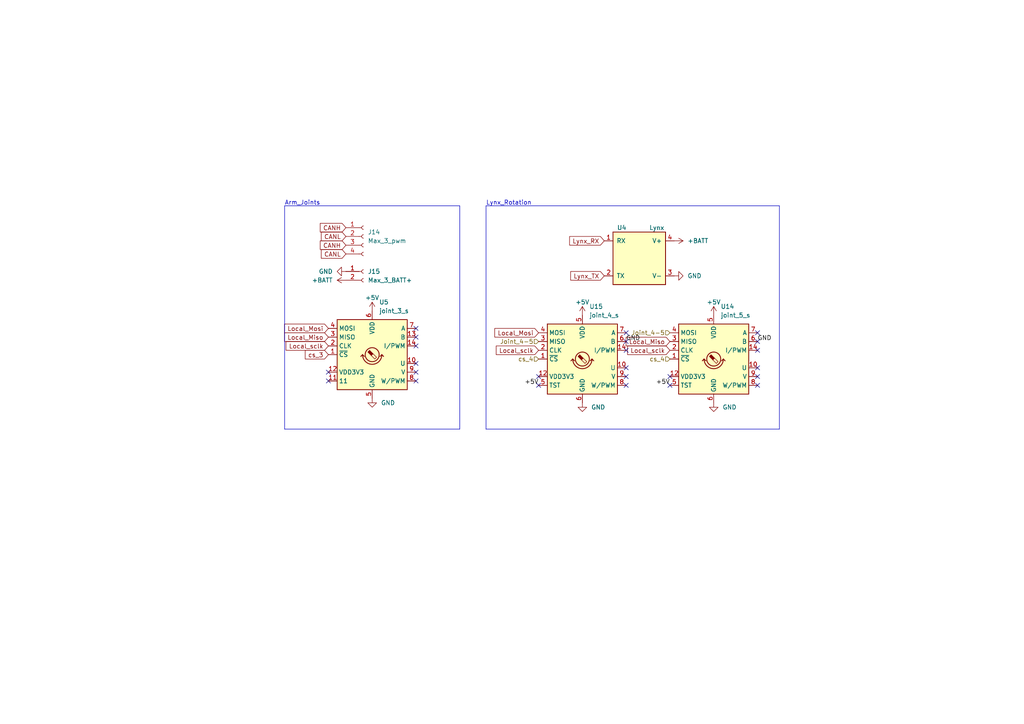
<source format=kicad_sch>
(kicad_sch (version 20230121) (generator eeschema)

  (uuid d6d8b513-5489-4913-859a-7768cc859284)

  (paper "A4")

  (lib_symbols
    (symbol "A4950E_1" (pin_names (offset 1.016)) (in_bom yes) (on_board yes)
      (property "Reference" "U13" (at -5.08 8.89 0)
        (effects (font (size 1.27 1.27)))
      )
      (property "Value" "Lynx" (at 5.08 8.89 0)
        (effects (font (size 1.27 1.27)))
      )
      (property "Footprint" "Connector_JST:JST_EH_B4B-EH-A_1x04_P2.50mm_Vertical" (at -0.762 -21.082 0)
        (effects (font (size 1.27 1.27)) hide)
      )
      (property "Datasheet" "http://www.allegromicro.com/~/media/Files/Datasheets/A4950-Datasheet.ashx" (at -3.81 22.86 0)
        (effects (font (size 1.27 1.27)) hide)
      )
      (property "ki_keywords" "full-bridge h-bridge" (at 0 0 0)
        (effects (font (size 1.27 1.27)) hide)
      )
      (property "ki_description" "Full-Bridge, DMOS PWM, Motor Driver, 40V, 3.5A, -40 to +85C" (at 0 0 0)
        (effects (font (size 1.27 1.27)) hide)
      )
      (property "ki_fp_filters" "SOIC-*1EP*" (at 0 0 0)
        (effects (font (size 1.27 1.27)) hide)
      )
      (symbol "A4950E_1_0_1"
        (rectangle (start -7.62 7.62) (end 7.62 -7.62)
          (stroke (width 0.254) (type default))
          (fill (type background))
        )
      )
      (symbol "A4950E_1_1_1"
        (pin input line (at -10.16 5.08 0) (length 2.54)
          (name "RX" (effects (font (size 1.27 1.27))))
          (number "1" (effects (font (size 1.27 1.27))))
        )
        (pin input line (at -10.16 -5.08 0) (length 2.54)
          (name "TX" (effects (font (size 1.27 1.27))))
          (number "2" (effects (font (size 1.27 1.27))))
        )
        (pin input line (at 10.16 -5.08 180) (length 2.54)
          (name "V-" (effects (font (size 1.27 1.27))))
          (number "3" (effects (font (size 1.27 1.27))))
        )
        (pin input line (at 10.16 5.08 180) (length 2.54)
          (name "V+" (effects (font (size 1.27 1.27))))
          (number "4" (effects (font (size 1.27 1.27))))
        )
      )
    )
    (symbol "AS5047D_1" (in_bom yes) (on_board yes)
      (property "Reference" "U12" (at 2.0194 15.24 0)
        (effects (font (size 1.27 1.27)) (justify left))
      )
      (property "Value" "AS5047D_1" (at 2.0194 12.7 0)
        (effects (font (size 1.27 1.27)) (justify left))
      )
      (property "Footprint" "Connector_JST:JST_EH_B6B-EH-A_1x06_P2.50mm_Vertical" (at 0 -15.24 0)
        (effects (font (size 1.27 1.27)) hide)
      )
      (property "Datasheet" "https://ams.com/documents/20143/36005/AS5047D_DS000394_2-00.pdf" (at -19.05 -13.97 0)
        (effects (font (size 1.27 1.27)) hide)
      )
      (property "ki_keywords" "Magnetic Hall Sensor" (at 0 0 0)
        (effects (font (size 1.27 1.27)) hide)
      )
      (property "ki_description" "On-Axis Magnetic Position Sensor, 14-bit, PWM Output, ABI Output, UVW Output, SPI Interface, TSSOP-14" (at 0 0 0)
        (effects (font (size 1.27 1.27)) hide)
      )
      (property "ki_fp_filters" "TSSOP*4.4x5mm*P0.65mm*" (at 0 0 0)
        (effects (font (size 1.27 1.27)) hide)
      )
      (symbol "AS5047D_1_1_1"
        (rectangle (start -10.16 10.16) (end 10.16 -10.16)
          (stroke (width 0.254) (type default))
          (fill (type background))
        )
        (arc (start -2.794 0) (mid 0 -2.7819) (end 2.794 0)
          (stroke (width 0.254) (type default))
          (fill (type none))
        )
        (polyline
          (pts
            (xy -2.794 0)
            (xy -3.302 -0.508)
          )
          (stroke (width 0.254) (type default))
          (fill (type none))
        )
        (polyline
          (pts
            (xy -2.794 0)
            (xy -2.286 -0.508)
          )
          (stroke (width 0.254) (type default))
          (fill (type none))
        )
        (polyline
          (pts
            (xy 2.794 0)
            (xy 2.286 -0.508)
          )
          (stroke (width 0.254) (type default))
          (fill (type none))
        )
        (polyline
          (pts
            (xy 2.794 0)
            (xy 3.302 -0.508)
          )
          (stroke (width 0.254) (type default))
          (fill (type none))
        )
        (polyline
          (pts
            (xy 0.254 0.254)
            (xy 1.27 -0.762)
            (xy 0.762 -1.27)
            (xy -0.254 -0.254)
          )
          (stroke (width 0) (type default))
          (fill (type none))
        )
        (polyline
          (pts
            (xy -0.762 1.27)
            (xy 0.254 0.254)
            (xy -0.254 -0.254)
            (xy -1.27 0.762)
            (xy -1.016 1.016)
            (xy -0.762 1.27)
            (xy -0.635 1.143)
          )
          (stroke (width 0) (type default))
          (fill (type outline))
        )
        (circle (center 0 0) (radius 2.032)
          (stroke (width 0.254) (type default))
          (fill (type none))
        )
        (pin input line (at -12.7 0 0) (length 2.54)
          (name "~{CS}" (effects (font (size 1.27 1.27))))
          (number "1" (effects (font (size 1.27 1.27))))
        )
        (pin output line (at 12.7 -2.54 180) (length 2.54)
          (name "U" (effects (font (size 1.27 1.27))))
          (number "10" (effects (font (size 1.27 1.27))))
        )
        (pin power_out line (at -12.7 -5.08 0) (length 2.54)
          (name "VDD3V3" (effects (font (size 1.27 1.27))))
          (number "12" (effects (font (size 1.27 1.27))))
        )
        (pin output line (at 12.7 2.54 180) (length 2.54)
          (name "I/PWM" (effects (font (size 1.27 1.27))))
          (number "14" (effects (font (size 1.27 1.27))))
        )
        (pin input line (at -12.7 2.54 0) (length 2.54)
          (name "CLK" (effects (font (size 1.27 1.27))))
          (number "2" (effects (font (size 1.27 1.27))))
        )
        (pin output line (at -12.7 5.08 0) (length 2.54)
          (name "MISO" (effects (font (size 1.27 1.27))))
          (number "3" (effects (font (size 1.27 1.27))))
        )
        (pin input line (at -12.7 7.62 0) (length 2.54)
          (name "MOSI" (effects (font (size 1.27 1.27))))
          (number "4" (effects (font (size 1.27 1.27))))
        )
        (pin input line (at -12.7 -7.62 0) (length 2.54)
          (name "TST" (effects (font (size 1.27 1.27))))
          (number "5" (effects (font (size 1.27 1.27))))
        )
        (pin power_in line (at 0 12.7 270) (length 2.54)
          (name "VDD" (effects (font (size 1.27 1.27))))
          (number "5" (effects (font (size 1.27 1.27))))
        )
        (pin output line (at 12.7 5.08 180) (length 2.54)
          (name "B" (effects (font (size 1.27 1.27))))
          (number "6" (effects (font (size 1.27 1.27))))
        )
        (pin power_in line (at 0 -12.7 90) (length 2.54)
          (name "GND" (effects (font (size 1.27 1.27))))
          (number "6" (effects (font (size 1.27 1.27))))
        )
        (pin output line (at 12.7 7.62 180) (length 2.54)
          (name "A" (effects (font (size 1.27 1.27))))
          (number "7" (effects (font (size 1.27 1.27))))
        )
        (pin output line (at 12.7 -7.62 180) (length 2.54)
          (name "W/PWM" (effects (font (size 1.27 1.27))))
          (number "8" (effects (font (size 1.27 1.27))))
        )
        (pin output line (at 12.7 -5.08 180) (length 2.54)
          (name "V" (effects (font (size 1.27 1.27))))
          (number "9" (effects (font (size 1.27 1.27))))
        )
      )
    )
    (symbol "AS5047D_2" (in_bom yes) (on_board yes)
      (property "Reference" "U14" (at 2.0194 15.24 0)
        (effects (font (size 1.27 1.27)) (justify left))
      )
      (property "Value" "AS5047D_2" (at 2.0194 12.7 0)
        (effects (font (size 1.27 1.27)) (justify left))
      )
      (property "Footprint" "Connector_JST:JST_EH_B6B-EH-A_1x06_P2.50mm_Vertical" (at 0 -15.24 0)
        (effects (font (size 1.27 1.27)) hide)
      )
      (property "Datasheet" "https://ams.com/documents/20143/36005/AS5047D_DS000394_2-00.pdf" (at -19.05 -13.97 0)
        (effects (font (size 1.27 1.27)) hide)
      )
      (property "ki_keywords" "Magnetic Hall Sensor" (at 0 0 0)
        (effects (font (size 1.27 1.27)) hide)
      )
      (property "ki_description" "On-Axis Magnetic Position Sensor, 14-bit, PWM Output, ABI Output, UVW Output, SPI Interface, TSSOP-14" (at 0 0 0)
        (effects (font (size 1.27 1.27)) hide)
      )
      (property "ki_fp_filters" "TSSOP*4.4x5mm*P0.65mm*" (at 0 0 0)
        (effects (font (size 1.27 1.27)) hide)
      )
      (symbol "AS5047D_2_1_1"
        (rectangle (start -10.16 10.16) (end 10.16 -10.16)
          (stroke (width 0.254) (type default))
          (fill (type background))
        )
        (arc (start -2.794 0) (mid 0 -2.7819) (end 2.794 0)
          (stroke (width 0.254) (type default))
          (fill (type none))
        )
        (polyline
          (pts
            (xy -2.794 0)
            (xy -3.302 -0.508)
          )
          (stroke (width 0.254) (type default))
          (fill (type none))
        )
        (polyline
          (pts
            (xy -2.794 0)
            (xy -2.286 -0.508)
          )
          (stroke (width 0.254) (type default))
          (fill (type none))
        )
        (polyline
          (pts
            (xy 2.794 0)
            (xy 2.286 -0.508)
          )
          (stroke (width 0.254) (type default))
          (fill (type none))
        )
        (polyline
          (pts
            (xy 2.794 0)
            (xy 3.302 -0.508)
          )
          (stroke (width 0.254) (type default))
          (fill (type none))
        )
        (polyline
          (pts
            (xy 0.254 0.254)
            (xy 1.27 -0.762)
            (xy 0.762 -1.27)
            (xy -0.254 -0.254)
          )
          (stroke (width 0) (type default))
          (fill (type none))
        )
        (polyline
          (pts
            (xy -0.762 1.27)
            (xy 0.254 0.254)
            (xy -0.254 -0.254)
            (xy -1.27 0.762)
            (xy -1.016 1.016)
            (xy -0.762 1.27)
            (xy -0.635 1.143)
          )
          (stroke (width 0) (type default))
          (fill (type outline))
        )
        (circle (center 0 0) (radius 2.032)
          (stroke (width 0.254) (type default))
          (fill (type none))
        )
        (pin input line (at -12.7 0 0) (length 2.54)
          (name "~{CS}" (effects (font (size 1.27 1.27))))
          (number "1" (effects (font (size 1.27 1.27))))
        )
        (pin output line (at 12.7 -2.54 180) (length 2.54)
          (name "U" (effects (font (size 1.27 1.27))))
          (number "10" (effects (font (size 1.27 1.27))))
        )
        (pin power_out line (at -12.7 -5.08 0) (length 2.54)
          (name "VDD3V3" (effects (font (size 1.27 1.27))))
          (number "12" (effects (font (size 1.27 1.27))))
        )
        (pin output line (at 12.7 2.54 180) (length 2.54)
          (name "I/PWM" (effects (font (size 1.27 1.27))))
          (number "14" (effects (font (size 1.27 1.27))))
        )
        (pin input line (at -12.7 2.54 0) (length 2.54)
          (name "CLK" (effects (font (size 1.27 1.27))))
          (number "2" (effects (font (size 1.27 1.27))))
        )
        (pin output line (at -12.7 5.08 0) (length 2.54)
          (name "MISO" (effects (font (size 1.27 1.27))))
          (number "3" (effects (font (size 1.27 1.27))))
        )
        (pin input line (at -12.7 7.62 0) (length 2.54)
          (name "MOSI" (effects (font (size 1.27 1.27))))
          (number "4" (effects (font (size 1.27 1.27))))
        )
        (pin input line (at -12.7 -7.62 0) (length 2.54)
          (name "TST" (effects (font (size 1.27 1.27))))
          (number "5" (effects (font (size 1.27 1.27))))
        )
        (pin power_in line (at 0 12.7 270) (length 2.54)
          (name "VDD" (effects (font (size 1.27 1.27))))
          (number "5" (effects (font (size 1.27 1.27))))
        )
        (pin output line (at 12.7 5.08 180) (length 2.54)
          (name "B" (effects (font (size 1.27 1.27))))
          (number "6" (effects (font (size 1.27 1.27))))
        )
        (pin power_in line (at 0 -12.7 90) (length 2.54)
          (name "GND" (effects (font (size 1.27 1.27))))
          (number "6" (effects (font (size 1.27 1.27))))
        )
        (pin output line (at 12.7 7.62 180) (length 2.54)
          (name "A" (effects (font (size 1.27 1.27))))
          (number "7" (effects (font (size 1.27 1.27))))
        )
        (pin output line (at 12.7 -7.62 180) (length 2.54)
          (name "W/PWM" (effects (font (size 1.27 1.27))))
          (number "8" (effects (font (size 1.27 1.27))))
        )
        (pin output line (at 12.7 -5.08 180) (length 2.54)
          (name "V" (effects (font (size 1.27 1.27))))
          (number "9" (effects (font (size 1.27 1.27))))
        )
      )
    )
    (symbol "Connector:Conn_01x02_Female" (pin_names (offset 1.016) hide) (in_bom yes) (on_board yes)
      (property "Reference" "J" (at 0 2.54 0)
        (effects (font (size 1.27 1.27)))
      )
      (property "Value" "Conn_01x02_Female" (at 0 -5.08 0)
        (effects (font (size 1.27 1.27)))
      )
      (property "Footprint" "" (at 0 0 0)
        (effects (font (size 1.27 1.27)) hide)
      )
      (property "Datasheet" "~" (at 0 0 0)
        (effects (font (size 1.27 1.27)) hide)
      )
      (property "ki_keywords" "connector" (at 0 0 0)
        (effects (font (size 1.27 1.27)) hide)
      )
      (property "ki_description" "Generic connector, single row, 01x02, script generated (kicad-library-utils/schlib/autogen/connector/)" (at 0 0 0)
        (effects (font (size 1.27 1.27)) hide)
      )
      (property "ki_fp_filters" "Connector*:*_1x??_*" (at 0 0 0)
        (effects (font (size 1.27 1.27)) hide)
      )
      (symbol "Conn_01x02_Female_1_1"
        (arc (start 0 -2.032) (mid -0.5058 -2.54) (end 0 -3.048)
          (stroke (width 0.1524) (type default))
          (fill (type none))
        )
        (polyline
          (pts
            (xy -1.27 -2.54)
            (xy -0.508 -2.54)
          )
          (stroke (width 0.1524) (type default))
          (fill (type none))
        )
        (polyline
          (pts
            (xy -1.27 0)
            (xy -0.508 0)
          )
          (stroke (width 0.1524) (type default))
          (fill (type none))
        )
        (arc (start 0 0.508) (mid -0.5058 0) (end 0 -0.508)
          (stroke (width 0.1524) (type default))
          (fill (type none))
        )
        (pin passive line (at -5.08 0 0) (length 3.81)
          (name "Pin_1" (effects (font (size 1.27 1.27))))
          (number "1" (effects (font (size 1.27 1.27))))
        )
        (pin passive line (at -5.08 -2.54 0) (length 3.81)
          (name "Pin_2" (effects (font (size 1.27 1.27))))
          (number "2" (effects (font (size 1.27 1.27))))
        )
      )
    )
    (symbol "Connector:Conn_01x04_Socket" (pin_names (offset 1.016) hide) (in_bom yes) (on_board yes)
      (property "Reference" "J" (at 0 5.08 0)
        (effects (font (size 1.27 1.27)))
      )
      (property "Value" "Conn_01x04_Socket" (at 0 -7.62 0)
        (effects (font (size 1.27 1.27)))
      )
      (property "Footprint" "" (at 0 0 0)
        (effects (font (size 1.27 1.27)) hide)
      )
      (property "Datasheet" "~" (at 0 0 0)
        (effects (font (size 1.27 1.27)) hide)
      )
      (property "ki_locked" "" (at 0 0 0)
        (effects (font (size 1.27 1.27)))
      )
      (property "ki_keywords" "connector" (at 0 0 0)
        (effects (font (size 1.27 1.27)) hide)
      )
      (property "ki_description" "Generic connector, single row, 01x04, script generated" (at 0 0 0)
        (effects (font (size 1.27 1.27)) hide)
      )
      (property "ki_fp_filters" "Connector*:*_1x??_*" (at 0 0 0)
        (effects (font (size 1.27 1.27)) hide)
      )
      (symbol "Conn_01x04_Socket_1_1"
        (arc (start 0 -4.572) (mid -0.5058 -5.08) (end 0 -5.588)
          (stroke (width 0.1524) (type default))
          (fill (type none))
        )
        (arc (start 0 -2.032) (mid -0.5058 -2.54) (end 0 -3.048)
          (stroke (width 0.1524) (type default))
          (fill (type none))
        )
        (polyline
          (pts
            (xy -1.27 -5.08)
            (xy -0.508 -5.08)
          )
          (stroke (width 0.1524) (type default))
          (fill (type none))
        )
        (polyline
          (pts
            (xy -1.27 -2.54)
            (xy -0.508 -2.54)
          )
          (stroke (width 0.1524) (type default))
          (fill (type none))
        )
        (polyline
          (pts
            (xy -1.27 0)
            (xy -0.508 0)
          )
          (stroke (width 0.1524) (type default))
          (fill (type none))
        )
        (polyline
          (pts
            (xy -1.27 2.54)
            (xy -0.508 2.54)
          )
          (stroke (width 0.1524) (type default))
          (fill (type none))
        )
        (arc (start 0 0.508) (mid -0.5058 0) (end 0 -0.508)
          (stroke (width 0.1524) (type default))
          (fill (type none))
        )
        (arc (start 0 3.048) (mid -0.5058 2.54) (end 0 2.032)
          (stroke (width 0.1524) (type default))
          (fill (type none))
        )
        (pin passive line (at -5.08 2.54 0) (length 3.81)
          (name "Pin_1" (effects (font (size 1.27 1.27))))
          (number "1" (effects (font (size 1.27 1.27))))
        )
        (pin passive line (at -5.08 0 0) (length 3.81)
          (name "Pin_2" (effects (font (size 1.27 1.27))))
          (number "2" (effects (font (size 1.27 1.27))))
        )
        (pin passive line (at -5.08 -2.54 0) (length 3.81)
          (name "Pin_3" (effects (font (size 1.27 1.27))))
          (number "3" (effects (font (size 1.27 1.27))))
        )
        (pin passive line (at -5.08 -5.08 0) (length 3.81)
          (name "Pin_4" (effects (font (size 1.27 1.27))))
          (number "4" (effects (font (size 1.27 1.27))))
        )
      )
    )
    (symbol "Sensor_Magnetic:AS5047D" (in_bom yes) (on_board yes)
      (property "Reference" "U5" (at 2.0194 15.24 0)
        (effects (font (size 1.27 1.27)) (justify left))
      )
      (property "Value" "joint_3_s" (at 2.0194 12.7 0)
        (effects (font (size 1.27 1.27)) (justify left))
      )
      (property "Footprint" "Connector_JST:JST_EH_B6B-EH-A_1x06_P2.50mm_Vertical" (at 0 -15.24 0)
        (effects (font (size 1.27 1.27)) hide)
      )
      (property "Datasheet" "https://ams.com/documents/20143/36005/AS5047D_DS000394_2-00.pdf" (at -19.05 -13.97 0)
        (effects (font (size 1.27 1.27)) hide)
      )
      (property "ki_keywords" "Magnetic Hall Sensor" (at 0 0 0)
        (effects (font (size 1.27 1.27)) hide)
      )
      (property "ki_description" "On-Axis Magnetic Position Sensor, 14-bit, PWM Output, ABI Output, UVW Output, SPI Interface, TSSOP-14" (at 0 0 0)
        (effects (font (size 1.27 1.27)) hide)
      )
      (property "ki_fp_filters" "TSSOP*4.4x5mm*P0.65mm*" (at 0 0 0)
        (effects (font (size 1.27 1.27)) hide)
      )
      (symbol "AS5047D_1_1"
        (rectangle (start -10.16 10.16) (end 10.16 -10.16)
          (stroke (width 0.254) (type default))
          (fill (type background))
        )
        (arc (start -2.794 0) (mid 0 -2.7819) (end 2.794 0)
          (stroke (width 0.254) (type default))
          (fill (type none))
        )
        (polyline
          (pts
            (xy -2.794 0)
            (xy -3.302 -0.508)
          )
          (stroke (width 0.254) (type default))
          (fill (type none))
        )
        (polyline
          (pts
            (xy -2.794 0)
            (xy -2.286 -0.508)
          )
          (stroke (width 0.254) (type default))
          (fill (type none))
        )
        (polyline
          (pts
            (xy 2.794 0)
            (xy 2.286 -0.508)
          )
          (stroke (width 0.254) (type default))
          (fill (type none))
        )
        (polyline
          (pts
            (xy 2.794 0)
            (xy 3.302 -0.508)
          )
          (stroke (width 0.254) (type default))
          (fill (type none))
        )
        (polyline
          (pts
            (xy 0.254 0.254)
            (xy 1.27 -0.762)
            (xy 0.762 -1.27)
            (xy -0.254 -0.254)
          )
          (stroke (width 0) (type default))
          (fill (type none))
        )
        (polyline
          (pts
            (xy -0.762 1.27)
            (xy 0.254 0.254)
            (xy -0.254 -0.254)
            (xy -1.27 0.762)
            (xy -1.016 1.016)
            (xy -0.762 1.27)
            (xy -0.635 1.143)
          )
          (stroke (width 0) (type default))
          (fill (type outline))
        )
        (circle (center 0 0) (radius 2.032)
          (stroke (width 0.254) (type default))
          (fill (type none))
        )
        (pin input line (at -12.7 0 0) (length 2.54)
          (name "~{CS}" (effects (font (size 1.27 1.27))))
          (number "1" (effects (font (size 1.27 1.27))))
        )
        (pin output line (at 12.7 -2.54 180) (length 2.54)
          (name "U" (effects (font (size 1.27 1.27))))
          (number "10" (effects (font (size 1.27 1.27))))
        )
        (pin input line (at -12.7 -7.62 0) (length 2.54)
          (name "11" (effects (font (size 1.27 1.27))))
          (number "11" (effects (font (size 1.27 1.27))))
        )
        (pin power_out line (at -12.7 -5.08 0) (length 2.54)
          (name "VDD3V3" (effects (font (size 1.27 1.27))))
          (number "12" (effects (font (size 1.27 1.27))))
        )
        (pin output line (at 12.7 5.08 180) (length 2.54)
          (name "B" (effects (font (size 1.27 1.27))))
          (number "13" (effects (font (size 1.27 1.27))))
        )
        (pin output line (at 12.7 2.54 180) (length 2.54)
          (name "I/PWM" (effects (font (size 1.27 1.27))))
          (number "14" (effects (font (size 1.27 1.27))))
        )
        (pin input line (at -12.7 2.54 0) (length 2.54)
          (name "CLK" (effects (font (size 1.27 1.27))))
          (number "2" (effects (font (size 1.27 1.27))))
        )
        (pin output line (at -12.7 5.08 0) (length 2.54)
          (name "MISO" (effects (font (size 1.27 1.27))))
          (number "3" (effects (font (size 1.27 1.27))))
        )
        (pin input line (at -12.7 7.62 0) (length 2.54)
          (name "MOSI" (effects (font (size 1.27 1.27))))
          (number "4" (effects (font (size 1.27 1.27))))
        )
        (pin power_in line (at 0 -12.7 90) (length 2.54)
          (name "GND" (effects (font (size 1.27 1.27))))
          (number "5" (effects (font (size 1.27 1.27))))
        )
        (pin power_in line (at 0 12.7 270) (length 2.54)
          (name "VDD" (effects (font (size 1.27 1.27))))
          (number "6" (effects (font (size 1.27 1.27))))
        )
        (pin output line (at 12.7 7.62 180) (length 2.54)
          (name "A" (effects (font (size 1.27 1.27))))
          (number "7" (effects (font (size 1.27 1.27))))
        )
        (pin output line (at 12.7 -7.62 180) (length 2.54)
          (name "W/PWM" (effects (font (size 1.27 1.27))))
          (number "8" (effects (font (size 1.27 1.27))))
        )
        (pin output line (at 12.7 -5.08 180) (length 2.54)
          (name "V" (effects (font (size 1.27 1.27))))
          (number "9" (effects (font (size 1.27 1.27))))
        )
      )
    )
    (symbol "power:+5V" (power) (pin_names (offset 0)) (in_bom yes) (on_board yes)
      (property "Reference" "#PWR" (at 0 -3.81 0)
        (effects (font (size 1.27 1.27)) hide)
      )
      (property "Value" "+5V" (at 0 3.556 0)
        (effects (font (size 1.27 1.27)))
      )
      (property "Footprint" "" (at 0 0 0)
        (effects (font (size 1.27 1.27)) hide)
      )
      (property "Datasheet" "" (at 0 0 0)
        (effects (font (size 1.27 1.27)) hide)
      )
      (property "ki_keywords" "power-flag" (at 0 0 0)
        (effects (font (size 1.27 1.27)) hide)
      )
      (property "ki_description" "Power symbol creates a global label with name \"+5V\"" (at 0 0 0)
        (effects (font (size 1.27 1.27)) hide)
      )
      (symbol "+5V_0_1"
        (polyline
          (pts
            (xy -0.762 1.27)
            (xy 0 2.54)
          )
          (stroke (width 0) (type default))
          (fill (type none))
        )
        (polyline
          (pts
            (xy 0 0)
            (xy 0 2.54)
          )
          (stroke (width 0) (type default))
          (fill (type none))
        )
        (polyline
          (pts
            (xy 0 2.54)
            (xy 0.762 1.27)
          )
          (stroke (width 0) (type default))
          (fill (type none))
        )
      )
      (symbol "+5V_1_1"
        (pin power_in line (at 0 0 90) (length 0) hide
          (name "+5V" (effects (font (size 1.27 1.27))))
          (number "1" (effects (font (size 1.27 1.27))))
        )
      )
    )
    (symbol "power:+BATT" (power) (pin_names (offset 0)) (in_bom yes) (on_board yes)
      (property "Reference" "#PWR" (at 0 -3.81 0)
        (effects (font (size 1.27 1.27)) hide)
      )
      (property "Value" "+BATT" (at 0 3.556 0)
        (effects (font (size 1.27 1.27)))
      )
      (property "Footprint" "" (at 0 0 0)
        (effects (font (size 1.27 1.27)) hide)
      )
      (property "Datasheet" "" (at 0 0 0)
        (effects (font (size 1.27 1.27)) hide)
      )
      (property "ki_keywords" "power-flag battery" (at 0 0 0)
        (effects (font (size 1.27 1.27)) hide)
      )
      (property "ki_description" "Power symbol creates a global label with name \"+BATT\"" (at 0 0 0)
        (effects (font (size 1.27 1.27)) hide)
      )
      (symbol "+BATT_0_1"
        (polyline
          (pts
            (xy -0.762 1.27)
            (xy 0 2.54)
          )
          (stroke (width 0) (type default))
          (fill (type none))
        )
        (polyline
          (pts
            (xy 0 0)
            (xy 0 2.54)
          )
          (stroke (width 0) (type default))
          (fill (type none))
        )
        (polyline
          (pts
            (xy 0 2.54)
            (xy 0.762 1.27)
          )
          (stroke (width 0) (type default))
          (fill (type none))
        )
      )
      (symbol "+BATT_1_1"
        (pin power_in line (at 0 0 90) (length 0) hide
          (name "+BATT" (effects (font (size 1.27 1.27))))
          (number "1" (effects (font (size 1.27 1.27))))
        )
      )
    )
    (symbol "power:GND" (power) (pin_names (offset 0)) (in_bom yes) (on_board yes)
      (property "Reference" "#PWR" (at 0 -6.35 0)
        (effects (font (size 1.27 1.27)) hide)
      )
      (property "Value" "GND" (at 0 -3.81 0)
        (effects (font (size 1.27 1.27)))
      )
      (property "Footprint" "" (at 0 0 0)
        (effects (font (size 1.27 1.27)) hide)
      )
      (property "Datasheet" "" (at 0 0 0)
        (effects (font (size 1.27 1.27)) hide)
      )
      (property "ki_keywords" "power-flag" (at 0 0 0)
        (effects (font (size 1.27 1.27)) hide)
      )
      (property "ki_description" "Power symbol creates a global label with name \"GND\" , ground" (at 0 0 0)
        (effects (font (size 1.27 1.27)) hide)
      )
      (symbol "GND_0_1"
        (polyline
          (pts
            (xy 0 0)
            (xy 0 -1.27)
            (xy 1.27 -1.27)
            (xy 0 -2.54)
            (xy -1.27 -1.27)
            (xy 0 -1.27)
          )
          (stroke (width 0) (type default))
          (fill (type none))
        )
      )
      (symbol "GND_1_1"
        (pin power_in line (at 0 0 270) (length 0) hide
          (name "GND" (effects (font (size 1.27 1.27))))
          (number "1" (effects (font (size 1.27 1.27))))
        )
      )
    )
  )


  (no_connect (at 219.71 111.76) (uuid 0b2f86c9-75d0-4d1e-8441-e2fdc86d2a56))
  (no_connect (at 181.61 101.6) (uuid 2fa1b674-0b16-4f27-af3d-e00fe6e5eb89))
  (no_connect (at 120.65 95.25) (uuid 373efa65-67bf-4a3a-988c-437b32c14b8a))
  (no_connect (at 120.65 110.49) (uuid 535fce9b-1fe7-40d4-89e3-af18a0ed2091))
  (no_connect (at 219.71 101.6) (uuid 549e7eb7-9992-485c-a0b1-6adf8ed8be24))
  (no_connect (at 156.21 111.76) (uuid 605ee1fe-8c8c-4910-8757-47217b15a9b7))
  (no_connect (at 95.25 110.49) (uuid 6197dd2b-6eb0-4b1f-8b48-d5e026972688))
  (no_connect (at 95.25 107.95) (uuid 63a2c8fc-bd62-4d14-b868-8bafbafb07a0))
  (no_connect (at 194.31 109.22) (uuid 6549e372-e670-4033-8b18-6e3888e1ddee))
  (no_connect (at 219.71 96.52) (uuid 68b4bfda-cc0d-455e-9f62-83f7c9746bf1))
  (no_connect (at 181.61 111.76) (uuid 6e21f7a4-20d4-481b-958e-e8746b1c8281))
  (no_connect (at 219.71 106.68) (uuid 78d497fb-f7c0-467f-9d09-d1f99bd669b8))
  (no_connect (at 194.31 111.76) (uuid 8292b096-7a51-40af-b1ba-70d7acba16b0))
  (no_connect (at 181.61 96.52) (uuid 830e46e6-e51d-466f-ae0d-ba7a2496914e))
  (no_connect (at 181.61 106.68) (uuid 89e3ca37-de3e-4af2-9a7d-b7feaed2b7de))
  (no_connect (at 120.65 97.79) (uuid 960e9578-1a75-4094-b92a-1e37d9efdcda))
  (no_connect (at 219.71 99.06) (uuid 9fa46b23-f2bc-4b5a-a8a5-0ca6a5cf7090))
  (no_connect (at 156.21 109.22) (uuid a3a97472-35d6-4684-b9ca-834915a163cf))
  (no_connect (at 120.65 100.33) (uuid a507f50c-34ca-4e8e-84fa-cbcff2741e60))
  (no_connect (at 120.65 105.41) (uuid bb9f4b3c-402f-4e5f-b00e-9ecfba2d0ec4))
  (no_connect (at 181.61 109.22) (uuid c61ac64a-58cd-410b-95b8-bc5c697edd78))
  (no_connect (at 181.61 99.06) (uuid d2ff6c04-aed8-4097-a73c-214aad548ad6))
  (no_connect (at 120.65 107.95) (uuid f3f1a55f-4180-4086-a4c6-97d380a773f6))
  (no_connect (at 219.71 109.22) (uuid fd1e7622-a28d-4cd0-ae28-f2abdba45fa3))

  (polyline (pts (xy 226.06 124.46) (xy 140.97 124.46))
    (stroke (width 0) (type default))
    (uuid 0f0ac90a-ef18-4191-9a44-6ad47a446110)
  )
  (polyline (pts (xy 82.55 59.69) (xy 133.35 59.69))
    (stroke (width 0) (type default))
    (uuid 1a75a7fd-9c75-4bc1-82f3-6ec782d69db3)
  )
  (polyline (pts (xy 82.55 124.46) (xy 82.55 59.69))
    (stroke (width 0) (type default))
    (uuid 1e2c375d-a50a-410c-9c1f-973d63dd7457)
  )
  (polyline (pts (xy 133.35 124.46) (xy 82.55 124.46))
    (stroke (width 0) (type default))
    (uuid 3f853409-8110-4564-a7dd-175e71fb96e6)
  )
  (polyline (pts (xy 140.97 59.69) (xy 226.06 59.69))
    (stroke (width 0) (type default))
    (uuid 42d7e04a-8b43-442a-9234-5ad0e4c2c5d9)
  )
  (polyline (pts (xy 226.06 59.69) (xy 226.06 124.46))
    (stroke (width 0) (type default))
    (uuid 6108507d-23e5-4b0f-937b-523d93c0db52)
  )
  (polyline (pts (xy 133.35 59.69) (xy 133.35 124.46))
    (stroke (width 0) (type default))
    (uuid 6703643b-c4e0-40ea-a8ce-773d7f2498c2)
  )
  (polyline (pts (xy 140.97 124.46) (xy 140.97 59.69))
    (stroke (width 0) (type default))
    (uuid 7576e356-8295-499b-b32a-ec6303afb87e)
  )

  (text "Arm_Joints" (at 82.55 59.69 0)
    (effects (font (size 1.27 1.27)) (justify left bottom))
    (uuid 17032e90-3ae2-498b-a35e-26c1f716ac4c)
  )
  (text "Lynx_Rotation" (at 140.97 59.69 0)
    (effects (font (size 1.27 1.27)) (justify left bottom))
    (uuid a5c4b34a-64d5-4a75-b700-009ce7bc6b64)
  )

  (label "+5V" (at 194.31 111.76 180) (fields_autoplaced)
    (effects (font (size 1.27 1.27)) (justify right bottom))
    (uuid d62357e5-32da-464c-ada4-4e86441ee24a)
  )
  (label "GND" (at 219.71 99.06 0) (fields_autoplaced)
    (effects (font (size 1.27 1.27)) (justify left bottom))
    (uuid f0082b6e-ee2b-4950-a43a-caaa0f959d50)
  )
  (label "+5V" (at 156.21 111.76 180) (fields_autoplaced)
    (effects (font (size 1.27 1.27)) (justify right bottom))
    (uuid f881e08a-7607-4543-96e2-55c54a3379cf)
  )
  (label "GND" (at 181.61 99.06 0) (fields_autoplaced)
    (effects (font (size 1.27 1.27)) (justify left bottom))
    (uuid f88f2589-9b57-41c7-9390-727b22bc7118)
  )

  (global_label "Local_Mosi" (shape input) (at 95.25 95.25 180) (fields_autoplaced)
    (effects (font (size 1.27 1.27)) (justify right))
    (uuid 064c4edd-e380-40e8-8e0e-37cf323c49e8)
    (property "Intersheetrefs" "${INTERSHEET_REFS}" (at 82.5559 95.1706 0)
      (effects (font (size 1.27 1.27)) (justify right) hide)
    )
  )
  (global_label "Local_sclk" (shape input) (at 194.31 101.6 180) (fields_autoplaced)
    (effects (font (size 1.27 1.27)) (justify right))
    (uuid 12752d73-e1a7-4612-8d7b-ce2027bec3c0)
    (property "Intersheetrefs" "${INTERSHEET_REFS}" (at 182.0393 101.5206 0)
      (effects (font (size 1.27 1.27)) (justify right) hide)
    )
  )
  (global_label "Local_Mosi" (shape input) (at 156.21 96.52 180) (fields_autoplaced)
    (effects (font (size 1.27 1.27)) (justify right))
    (uuid 13775f19-989a-4fec-a2d3-73678b630817)
    (property "Intersheetrefs" "${INTERSHEET_REFS}" (at 143.5159 96.4406 0)
      (effects (font (size 1.27 1.27)) (justify right) hide)
    )
  )
  (global_label "Local_sclk" (shape input) (at 95.25 100.33 180) (fields_autoplaced)
    (effects (font (size 1.27 1.27)) (justify right))
    (uuid 138cc7ed-df09-444a-8f2f-e14becfee405)
    (property "Intersheetrefs" "${INTERSHEET_REFS}" (at 82.9793 100.2506 0)
      (effects (font (size 1.27 1.27)) (justify right) hide)
    )
  )
  (global_label "CANL" (shape input) (at 100.33 68.58 180) (fields_autoplaced)
    (effects (font (size 1.27 1.27)) (justify right))
    (uuid 18fa0f5a-4c8d-40e4-b2af-354a36f20f9c)
    (property "Intersheetrefs" "${INTERSHEET_REFS}" (at 92.6276 68.58 0)
      (effects (font (size 1.27 1.27)) (justify right) hide)
    )
  )
  (global_label "Local_Miso" (shape input) (at 95.25 97.79 180) (fields_autoplaced)
    (effects (font (size 1.27 1.27)) (justify right))
    (uuid 1c54a3ee-d4c7-4f17-96fc-9445595fffc9)
    (property "Intersheetrefs" "${INTERSHEET_REFS}" (at 82.5559 97.7106 0)
      (effects (font (size 1.27 1.27)) (justify right) hide)
    )
  )
  (global_label "Lynx_RX" (shape input) (at 175.26 69.85 180) (fields_autoplaced)
    (effects (font (size 1.27 1.27)) (justify right))
    (uuid 210f0872-4938-4051-812c-0f22b2bc77f1)
    (property "Intersheetrefs" "${INTERSHEET_REFS}" (at 165.2269 69.7706 0)
      (effects (font (size 1.27 1.27)) (justify right) hide)
    )
  )
  (global_label "CANH" (shape input) (at 100.33 71.12 180) (fields_autoplaced)
    (effects (font (size 1.27 1.27)) (justify right))
    (uuid 2617c74a-ae0a-4290-9a09-a37f98e9edba)
    (property "Intersheetrefs" "${INTERSHEET_REFS}" (at 92.3252 71.12 0)
      (effects (font (size 1.27 1.27)) (justify right) hide)
    )
  )
  (global_label "Lynx_TX" (shape input) (at 175.26 80.01 180) (fields_autoplaced)
    (effects (font (size 1.27 1.27)) (justify right))
    (uuid 4193ca31-065b-42f8-b33f-f90485a48ea0)
    (property "Intersheetrefs" "${INTERSHEET_REFS}" (at 165.5293 79.9306 0)
      (effects (font (size 1.27 1.27)) (justify right) hide)
    )
  )
  (global_label "Local_Miso" (shape input) (at 194.31 99.06 180) (fields_autoplaced)
    (effects (font (size 1.27 1.27)) (justify right))
    (uuid 60b4da92-8adc-4516-953a-abdcfb2c97da)
    (property "Intersheetrefs" "${INTERSHEET_REFS}" (at 181.6159 98.9806 0)
      (effects (font (size 1.27 1.27)) (justify right) hide)
    )
  )
  (global_label "Local_sclk" (shape input) (at 156.21 101.6 180) (fields_autoplaced)
    (effects (font (size 1.27 1.27)) (justify right))
    (uuid 65aeb4af-a886-4a61-a65a-8cd00433e310)
    (property "Intersheetrefs" "${INTERSHEET_REFS}" (at 143.9393 101.5206 0)
      (effects (font (size 1.27 1.27)) (justify right) hide)
    )
  )
  (global_label "CANH" (shape input) (at 100.33 66.04 180) (fields_autoplaced)
    (effects (font (size 1.27 1.27)) (justify right))
    (uuid 720f009e-999d-4ea6-a54d-fe902edc3f1b)
    (property "Intersheetrefs" "${INTERSHEET_REFS}" (at 92.3252 66.04 0)
      (effects (font (size 1.27 1.27)) (justify right) hide)
    )
  )
  (global_label "cs_3" (shape input) (at 95.25 102.87 180) (fields_autoplaced)
    (effects (font (size 1.27 1.27)) (justify right))
    (uuid 79a73314-e03a-4a77-a3fd-fabf1d2ba732)
    (property "Intersheetrefs" "${INTERSHEET_REFS}" (at 88.5431 102.7906 0)
      (effects (font (size 1.27 1.27)) (justify right) hide)
    )
  )
  (global_label "CANL" (shape input) (at 100.33 73.66 180) (fields_autoplaced)
    (effects (font (size 1.27 1.27)) (justify right))
    (uuid ea4e4adf-1f1f-4a55-8dde-105408d2678b)
    (property "Intersheetrefs" "${INTERSHEET_REFS}" (at 92.6276 73.66 0)
      (effects (font (size 1.27 1.27)) (justify right) hide)
    )
  )

  (hierarchical_label "Joint_4-5" (shape input) (at 194.31 96.52 180) (fields_autoplaced)
    (effects (font (size 1.27 1.27)) (justify right))
    (uuid 854042dd-448f-4dab-8c3e-dacbcc139fdd)
  )
  (hierarchical_label "Joint_4-5" (shape input) (at 156.21 99.06 180) (fields_autoplaced)
    (effects (font (size 1.27 1.27)) (justify right))
    (uuid b84ddbce-b485-407e-8da5-73c5a4e08a1c)
  )
  (hierarchical_label "cs_4" (shape input) (at 194.31 104.14 180) (fields_autoplaced)
    (effects (font (size 1.27 1.27)) (justify right))
    (uuid d6547128-44fd-43d4-a1ca-23e43900d034)
  )
  (hierarchical_label "cs_4" (shape input) (at 156.21 104.14 180) (fields_autoplaced)
    (effects (font (size 1.27 1.27)) (justify right))
    (uuid f03cd90e-c761-4eb8-a27d-91ede5684062)
  )

  (symbol (lib_id "power:GND") (at 195.58 80.01 90) (unit 1)
    (in_bom yes) (on_board yes) (dnp no) (fields_autoplaced)
    (uuid 0658c161-08a3-4cbc-973a-caa2756e28f3)
    (property "Reference" "#PWR0172" (at 201.93 80.01 0)
      (effects (font (size 1.27 1.27)) hide)
    )
    (property "Value" "GND" (at 199.39 80.0099 90)
      (effects (font (size 1.27 1.27)) (justify right))
    )
    (property "Footprint" "" (at 195.58 80.01 0)
      (effects (font (size 1.27 1.27)) hide)
    )
    (property "Datasheet" "" (at 195.58 80.01 0)
      (effects (font (size 1.27 1.27)) hide)
    )
    (pin "1" (uuid 05e2bf0d-172f-4ab0-a997-14a07663d8c6))
    (instances
      (project "Astra_Arm_Modulus_Board"
        (path "/5ec39053-555a-43fe-ae74-e56e49193da4/bfed5598-f19a-45f0-a20b-5dcbc4b3f91b"
          (reference "#PWR0172") (unit 1)
        )
      )
    )
  )

  (symbol (lib_id "power:+BATT") (at 100.33 81.28 90) (unit 1)
    (in_bom yes) (on_board yes) (dnp no) (fields_autoplaced)
    (uuid 37004193-5b41-4634-9410-d04baf663bae)
    (property "Reference" "#PWR0176" (at 104.14 81.28 0)
      (effects (font (size 1.27 1.27)) hide)
    )
    (property "Value" "+BATT" (at 96.52 81.2801 90)
      (effects (font (size 1.27 1.27)) (justify left))
    )
    (property "Footprint" "" (at 100.33 81.28 0)
      (effects (font (size 1.27 1.27)) hide)
    )
    (property "Datasheet" "" (at 100.33 81.28 0)
      (effects (font (size 1.27 1.27)) hide)
    )
    (pin "1" (uuid 1ffb0f42-d253-472a-b5b2-b6ff90d4847e))
    (instances
      (project "Astra_Arm_Modulus_Board"
        (path "/5ec39053-555a-43fe-ae74-e56e49193da4/bfed5598-f19a-45f0-a20b-5dcbc4b3f91b"
          (reference "#PWR0176") (unit 1)
        )
      )
    )
  )

  (symbol (lib_id "Connector:Conn_01x02_Female") (at 105.41 78.74 0) (unit 1)
    (in_bom yes) (on_board yes) (dnp no) (fields_autoplaced)
    (uuid 3e012932-2a3b-4b3a-a056-46aa5a1ded64)
    (property "Reference" "J15" (at 106.68 78.7399 0)
      (effects (font (size 1.27 1.27)) (justify left))
    )
    (property "Value" "Max_3_BATT+" (at 106.68 81.2799 0)
      (effects (font (size 1.27 1.27)) (justify left))
    )
    (property "Footprint" "Connector_AMASS:AMASS_XT60-F_1x02_P7.20mm_Vertical" (at 105.41 78.74 0)
      (effects (font (size 1.27 1.27)) hide)
    )
    (property "Datasheet" "~" (at 105.41 78.74 0)
      (effects (font (size 1.27 1.27)) hide)
    )
    (pin "1" (uuid 2bdf6195-a36e-42c8-ac4b-d58d51e4120e))
    (pin "2" (uuid f10648c4-5f3d-4781-87e2-a8085b37a0fb))
    (instances
      (project "Astra_Arm_Modulus_Board"
        (path "/5ec39053-555a-43fe-ae74-e56e49193da4/bfed5598-f19a-45f0-a20b-5dcbc4b3f91b"
          (reference "J15") (unit 1)
        )
      )
    )
  )

  (symbol (lib_id "power:GND") (at 100.33 78.74 270) (unit 1)
    (in_bom yes) (on_board yes) (dnp no) (fields_autoplaced)
    (uuid 401974cb-7171-4eb4-aafe-593e65d2abb1)
    (property "Reference" "#PWR0175" (at 93.98 78.74 0)
      (effects (font (size 1.27 1.27)) hide)
    )
    (property "Value" "GND" (at 96.52 78.7401 90)
      (effects (font (size 1.27 1.27)) (justify right))
    )
    (property "Footprint" "" (at 100.33 78.74 0)
      (effects (font (size 1.27 1.27)) hide)
    )
    (property "Datasheet" "" (at 100.33 78.74 0)
      (effects (font (size 1.27 1.27)) hide)
    )
    (pin "1" (uuid 425c31f7-22bb-42ed-9b42-087c2318f466))
    (instances
      (project "Astra_Arm_Modulus_Board"
        (path "/5ec39053-555a-43fe-ae74-e56e49193da4/bfed5598-f19a-45f0-a20b-5dcbc4b3f91b"
          (reference "#PWR0175") (unit 1)
        )
      )
    )
  )

  (symbol (lib_name "AS5047D_1") (lib_id "Sensor_Magnetic:AS5047D") (at 168.91 104.14 0) (unit 1)
    (in_bom yes) (on_board yes) (dnp no) (fields_autoplaced)
    (uuid 418e7a29-5c08-4733-aea0-9cf49f39ad74)
    (property "Reference" "U15" (at 170.9294 88.9 0)
      (effects (font (size 1.27 1.27)) (justify left))
    )
    (property "Value" "joint_4_s" (at 170.9294 91.44 0)
      (effects (font (size 1.27 1.27)) (justify left))
    )
    (property "Footprint" "Connector_JST:JST_EH_B6B-EH-A_1x06_P2.50mm_Vertical" (at 168.91 119.38 0)
      (effects (font (size 1.27 1.27)) hide)
    )
    (property "Datasheet" "https://ams.com/documents/20143/36005/AS5047D_DS000394_2-00.pdf" (at 149.86 118.11 0)
      (effects (font (size 1.27 1.27)) hide)
    )
    (pin "1" (uuid f4396390-41c8-4881-bf5d-0309fc9ca37b))
    (pin "10" (uuid 7aebbc30-ed23-45b7-a6f0-a1a9a5f54a62))
    (pin "12" (uuid c4695e1d-50d9-4c09-a586-d92b940b56a8))
    (pin "14" (uuid 7477f935-f17b-4e68-9a88-1e2b1cfd153a))
    (pin "2" (uuid 7a68dd79-ffeb-4d28-abce-eec003413ea2))
    (pin "3" (uuid 0f929c12-1692-4ce0-97cc-d7e6ccce71e6))
    (pin "4" (uuid 1828bd31-ecfc-41f3-a4a2-50a76139ff7c))
    (pin "5" (uuid efc2e1a1-36fa-4627-a6a1-38c59d11460d))
    (pin "5" (uuid efc2e1a1-36fa-4627-a6a1-38c59d11460d))
    (pin "6" (uuid fe3b277b-08d3-42cb-95e2-8242205139f7))
    (pin "6" (uuid fe3b277b-08d3-42cb-95e2-8242205139f7))
    (pin "7" (uuid 7b143576-3a1f-47b4-a5e8-3efa1e604d30))
    (pin "8" (uuid 450fa364-ef41-482e-86db-5c5af9d62a76))
    (pin "9" (uuid 8b925a90-757b-4b86-bd2c-672fa0c346da))
    (instances
      (project "Astra_Arm_Modulus_Board"
        (path "/5ec39053-555a-43fe-ae74-e56e49193da4/bfed5598-f19a-45f0-a20b-5dcbc4b3f91b"
          (reference "U15") (unit 1)
        )
      )
    )
  )

  (symbol (lib_id "power:GND") (at 207.01 116.84 0) (unit 1)
    (in_bom yes) (on_board yes) (dnp no) (fields_autoplaced)
    (uuid 560d8499-6b36-4c99-bc0e-d2005a1e304d)
    (property "Reference" "#PWR0171" (at 207.01 123.19 0)
      (effects (font (size 1.27 1.27)) hide)
    )
    (property "Value" "GND" (at 209.55 118.1099 0)
      (effects (font (size 1.27 1.27)) (justify left))
    )
    (property "Footprint" "" (at 207.01 116.84 0)
      (effects (font (size 1.27 1.27)) hide)
    )
    (property "Datasheet" "" (at 207.01 116.84 0)
      (effects (font (size 1.27 1.27)) hide)
    )
    (pin "1" (uuid e65332f7-e77d-41f6-9c04-f29146f8c6e9))
    (instances
      (project "Astra_Arm_Modulus_Board"
        (path "/5ec39053-555a-43fe-ae74-e56e49193da4/bfed5598-f19a-45f0-a20b-5dcbc4b3f91b"
          (reference "#PWR0171") (unit 1)
        )
      )
    )
  )

  (symbol (lib_id "power:+5V") (at 207.01 91.44 0) (unit 1)
    (in_bom yes) (on_board yes) (dnp no)
    (uuid 586e46e4-3620-45d9-a0ed-66499c4a57e2)
    (property "Reference" "#PWR0173" (at 207.01 95.25 0)
      (effects (font (size 1.27 1.27)) hide)
    )
    (property "Value" "+5V" (at 207.01 87.63 0)
      (effects (font (size 1.27 1.27)))
    )
    (property "Footprint" "" (at 207.01 91.44 0)
      (effects (font (size 1.27 1.27)) hide)
    )
    (property "Datasheet" "" (at 207.01 91.44 0)
      (effects (font (size 1.27 1.27)) hide)
    )
    (pin "1" (uuid 324edefa-3307-4f1d-8857-71c12749668f))
    (instances
      (project "Astra_Arm_Modulus_Board"
        (path "/5ec39053-555a-43fe-ae74-e56e49193da4/bfed5598-f19a-45f0-a20b-5dcbc4b3f91b"
          (reference "#PWR0173") (unit 1)
        )
      )
    )
  )

  (symbol (lib_id "Connector:Conn_01x04_Socket") (at 105.41 68.58 0) (unit 1)
    (in_bom yes) (on_board yes) (dnp no) (fields_autoplaced)
    (uuid 60a39bfa-4f4f-4986-9972-b0f65bfa8926)
    (property "Reference" "J14" (at 106.68 67.3099 0)
      (effects (font (size 1.27 1.27)) (justify left))
    )
    (property "Value" "Max_3_pwm" (at 106.68 69.8499 0)
      (effects (font (size 1.27 1.27)) (justify left))
    )
    (property "Footprint" "Connector_JST:JST_EH_B4B-EH-A_1x04_P2.50mm_Vertical" (at 105.41 68.58 0)
      (effects (font (size 1.27 1.27)) hide)
    )
    (property "Datasheet" "~" (at 105.41 68.58 0)
      (effects (font (size 1.27 1.27)) hide)
    )
    (pin "1" (uuid d0a0d7cf-75a3-43bd-9d6e-ec2406b3c90e))
    (pin "2" (uuid c6bc5f4d-caaf-4497-8cf7-8ba272b7888f))
    (pin "3" (uuid 4d6d798d-38d2-4e64-b8a2-095d397cf6bf))
    (pin "4" (uuid 15b4bf16-b727-40ba-b51c-cf8988f75a24))
    (instances
      (project "Astra_Arm_Modulus_Board"
        (path "/5ec39053-555a-43fe-ae74-e56e49193da4/bfed5598-f19a-45f0-a20b-5dcbc4b3f91b"
          (reference "J14") (unit 1)
        )
      )
    )
  )

  (symbol (lib_id "power:+5V") (at 168.91 91.44 0) (unit 1)
    (in_bom yes) (on_board yes) (dnp no)
    (uuid 65c5dff6-5f24-4d9b-998b-4685923e7e51)
    (property "Reference" "#PWR0169" (at 168.91 95.25 0)
      (effects (font (size 1.27 1.27)) hide)
    )
    (property "Value" "+5V" (at 168.91 87.63 0)
      (effects (font (size 1.27 1.27)))
    )
    (property "Footprint" "" (at 168.91 91.44 0)
      (effects (font (size 1.27 1.27)) hide)
    )
    (property "Datasheet" "" (at 168.91 91.44 0)
      (effects (font (size 1.27 1.27)) hide)
    )
    (pin "1" (uuid 01af7ab4-dbfe-4bba-b8f1-73af5b81c924))
    (instances
      (project "Astra_Arm_Modulus_Board"
        (path "/5ec39053-555a-43fe-ae74-e56e49193da4/bfed5598-f19a-45f0-a20b-5dcbc4b3f91b"
          (reference "#PWR0169") (unit 1)
        )
      )
    )
  )

  (symbol (lib_id "power:GND") (at 107.95 115.57 0) (unit 1)
    (in_bom yes) (on_board yes) (dnp no) (fields_autoplaced)
    (uuid 6f254ec4-ca1e-45d6-b6ba-a68a6627aa0a)
    (property "Reference" "#PWR0177" (at 107.95 121.92 0)
      (effects (font (size 1.27 1.27)) hide)
    )
    (property "Value" "GND" (at 110.49 116.8399 0)
      (effects (font (size 1.27 1.27)) (justify left))
    )
    (property "Footprint" "" (at 107.95 115.57 0)
      (effects (font (size 1.27 1.27)) hide)
    )
    (property "Datasheet" "" (at 107.95 115.57 0)
      (effects (font (size 1.27 1.27)) hide)
    )
    (pin "1" (uuid 61c45445-b0bb-403c-8e2d-e3140555a2ad))
    (instances
      (project "Astra_Arm_Modulus_Board"
        (path "/5ec39053-555a-43fe-ae74-e56e49193da4/bfed5598-f19a-45f0-a20b-5dcbc4b3f91b"
          (reference "#PWR0177") (unit 1)
        )
      )
    )
  )

  (symbol (lib_id "power:+5V") (at 107.95 90.17 0) (unit 1)
    (in_bom yes) (on_board yes) (dnp no)
    (uuid 83644ff7-0702-48e4-a10f-50d10ac6d279)
    (property "Reference" "#PWR0178" (at 107.95 93.98 0)
      (effects (font (size 1.27 1.27)) hide)
    )
    (property "Value" "+5V" (at 107.95 86.36 0)
      (effects (font (size 1.27 1.27)))
    )
    (property "Footprint" "" (at 107.95 90.17 0)
      (effects (font (size 1.27 1.27)) hide)
    )
    (property "Datasheet" "" (at 107.95 90.17 0)
      (effects (font (size 1.27 1.27)) hide)
    )
    (pin "1" (uuid 3a2592b5-2b85-4cd5-91b7-3e62ae10a85d))
    (instances
      (project "Astra_Arm_Modulus_Board"
        (path "/5ec39053-555a-43fe-ae74-e56e49193da4/bfed5598-f19a-45f0-a20b-5dcbc4b3f91b"
          (reference "#PWR0178") (unit 1)
        )
      )
    )
  )

  (symbol (lib_name "A4950E_1") (lib_id "Driver_Motor:A4950E") (at 185.42 74.93 0) (unit 1)
    (in_bom yes) (on_board yes) (dnp no)
    (uuid a2ca13bd-720d-4db8-8dde-dfd040dc907b)
    (property "Reference" "U4" (at 180.34 66.04 0)
      (effects (font (size 1.27 1.27)))
    )
    (property "Value" "Lynx" (at 190.5 66.04 0)
      (effects (font (size 1.27 1.27)))
    )
    (property "Footprint" "Connector_JST:JST_EH_B4B-EH-A_1x04_P2.50mm_Vertical" (at 184.658 96.012 0)
      (effects (font (size 1.27 1.27)) hide)
    )
    (property "Datasheet" "http://www.allegromicro.com/~/media/Files/Datasheets/A4950-Datasheet.ashx" (at 181.61 52.07 0)
      (effects (font (size 1.27 1.27)) hide)
    )
    (pin "1" (uuid 94a0f449-0c25-45ce-b3cd-86ff9b13e148))
    (pin "2" (uuid 92d9ae7d-bbb7-491e-9e11-fc1d4b22155d))
    (pin "3" (uuid 6de9248d-8207-471b-860a-ba4e5175f505))
    (pin "4" (uuid 6b2e5f12-9569-4a3d-bd49-7837bcfe0119))
    (instances
      (project "Astra_Arm_Modulus_Board"
        (path "/5ec39053-555a-43fe-ae74-e56e49193da4/bfed5598-f19a-45f0-a20b-5dcbc4b3f91b"
          (reference "U4") (unit 1)
        )
      )
    )
  )

  (symbol (lib_id "power:GND") (at 168.91 116.84 0) (unit 1)
    (in_bom yes) (on_board yes) (dnp no) (fields_autoplaced)
    (uuid afb972d9-a3c5-401f-b853-df428b19eb1c)
    (property "Reference" "#PWR0174" (at 168.91 123.19 0)
      (effects (font (size 1.27 1.27)) hide)
    )
    (property "Value" "GND" (at 171.45 118.1099 0)
      (effects (font (size 1.27 1.27)) (justify left))
    )
    (property "Footprint" "" (at 168.91 116.84 0)
      (effects (font (size 1.27 1.27)) hide)
    )
    (property "Datasheet" "" (at 168.91 116.84 0)
      (effects (font (size 1.27 1.27)) hide)
    )
    (pin "1" (uuid 973410ab-45f3-4f2d-a2f3-0174fdb98997))
    (instances
      (project "Astra_Arm_Modulus_Board"
        (path "/5ec39053-555a-43fe-ae74-e56e49193da4/bfed5598-f19a-45f0-a20b-5dcbc4b3f91b"
          (reference "#PWR0174") (unit 1)
        )
      )
    )
  )

  (symbol (lib_name "AS5047D_2") (lib_id "Sensor_Magnetic:AS5047D") (at 207.01 104.14 0) (unit 1)
    (in_bom yes) (on_board yes) (dnp no) (fields_autoplaced)
    (uuid c67d67be-803f-4d96-ae29-5e4a08fb9632)
    (property "Reference" "U14" (at 209.0294 88.9 0)
      (effects (font (size 1.27 1.27)) (justify left))
    )
    (property "Value" "joint_5_s" (at 209.0294 91.44 0)
      (effects (font (size 1.27 1.27)) (justify left))
    )
    (property "Footprint" "Connector_JST:JST_EH_B6B-EH-A_1x06_P2.50mm_Vertical" (at 207.01 119.38 0)
      (effects (font (size 1.27 1.27)) hide)
    )
    (property "Datasheet" "https://ams.com/documents/20143/36005/AS5047D_DS000394_2-00.pdf" (at 187.96 118.11 0)
      (effects (font (size 1.27 1.27)) hide)
    )
    (pin "1" (uuid 598a4a77-7bf1-44b2-a9ee-cedb2e615dfe))
    (pin "10" (uuid a5b4458b-3621-460a-a583-362ae425abe9))
    (pin "12" (uuid 0e7c7192-f555-4907-aca8-3fa8af917f35))
    (pin "14" (uuid 57af3470-6eed-4c53-8346-863e946c3363))
    (pin "2" (uuid bb2c7b15-8f86-4bdc-9525-b0dce5085369))
    (pin "3" (uuid 8087f762-9e9f-4e2f-adbc-f556d4577497))
    (pin "4" (uuid 1ac56383-ca0b-42b9-b329-f2f7db103946))
    (pin "5" (uuid d09c50a1-6b25-403d-8568-9739e1de64f0))
    (pin "5" (uuid d09c50a1-6b25-403d-8568-9739e1de64f0))
    (pin "6" (uuid 8a33448b-b13d-4b4c-8e90-59bdbbd4e91a))
    (pin "6" (uuid 8a33448b-b13d-4b4c-8e90-59bdbbd4e91a))
    (pin "7" (uuid 25f5e484-2fe3-4d4e-8744-8494c17d2985))
    (pin "8" (uuid 6a725cc7-8414-4ee3-ac6b-a805f8186f34))
    (pin "9" (uuid b5ec5d72-0e08-4eb6-ae14-9cc3b047368b))
    (instances
      (project "Astra_Arm_Modulus_Board"
        (path "/5ec39053-555a-43fe-ae74-e56e49193da4/bfed5598-f19a-45f0-a20b-5dcbc4b3f91b"
          (reference "U14") (unit 1)
        )
      )
    )
  )

  (symbol (lib_id "power:+BATT") (at 195.58 69.85 270) (unit 1)
    (in_bom yes) (on_board yes) (dnp no) (fields_autoplaced)
    (uuid dfc9933a-503f-41bd-86c0-feb91134ef06)
    (property "Reference" "#PWR0170" (at 191.77 69.85 0)
      (effects (font (size 1.27 1.27)) hide)
    )
    (property "Value" "+BATT" (at 199.39 69.8499 90)
      (effects (font (size 1.27 1.27)) (justify left))
    )
    (property "Footprint" "" (at 195.58 69.85 0)
      (effects (font (size 1.27 1.27)) hide)
    )
    (property "Datasheet" "" (at 195.58 69.85 0)
      (effects (font (size 1.27 1.27)) hide)
    )
    (pin "1" (uuid 55db9c91-47b1-4172-b88d-91ef9258494b))
    (instances
      (project "Astra_Arm_Modulus_Board"
        (path "/5ec39053-555a-43fe-ae74-e56e49193da4/bfed5598-f19a-45f0-a20b-5dcbc4b3f91b"
          (reference "#PWR0170") (unit 1)
        )
      )
    )
  )

  (symbol (lib_id "Sensor_Magnetic:AS5047D") (at 107.95 102.87 0) (unit 1)
    (in_bom yes) (on_board yes) (dnp no) (fields_autoplaced)
    (uuid f488537b-6b1d-483a-81ae-983006f2ce28)
    (property "Reference" "U5" (at 109.9694 87.63 0)
      (effects (font (size 1.27 1.27)) (justify left))
    )
    (property "Value" "joint_3_s" (at 109.9694 90.17 0)
      (effects (font (size 1.27 1.27)) (justify left))
    )
    (property "Footprint" "Connector_JST:JST_EH_B6B-EH-A_1x06_P2.50mm_Vertical" (at 107.95 118.11 0)
      (effects (font (size 1.27 1.27)) hide)
    )
    (property "Datasheet" "https://ams.com/documents/20143/36005/AS5047D_DS000394_2-00.pdf" (at 88.9 116.84 0)
      (effects (font (size 1.27 1.27)) hide)
    )
    (pin "1" (uuid fe98042c-b09e-4f6b-8082-a15ba62cf635))
    (pin "10" (uuid 9ac07eef-f2f1-4099-b6bb-d8bad1ee51f8))
    (pin "11" (uuid ac4b42d9-e7c3-4d63-bdc9-c982ecf34f76))
    (pin "12" (uuid 52d368e0-3e74-4130-8aa2-e76c7494410b))
    (pin "13" (uuid dd8942c0-d1b4-41d2-9698-74d7380a71b7))
    (pin "14" (uuid c7f20944-9a5d-4b85-b4c9-b02d0cbcd78b))
    (pin "2" (uuid 8681b8c5-e903-4200-a200-232abe3a431d))
    (pin "3" (uuid 3fd37225-e628-470c-b13f-124687f743f0))
    (pin "4" (uuid f642f10c-210f-4cfc-8f37-edf1e3a8b447))
    (pin "5" (uuid 74fa13fd-a191-432f-9479-eeb9cfafc3b3))
    (pin "6" (uuid 6a343dfb-8d4b-4e07-91de-fe85412a4e7a))
    (pin "7" (uuid 47f21f90-161c-4835-9aac-cdb7177a7d3e))
    (pin "8" (uuid 68ca44c5-7e57-4e3f-978d-5549c3bbfdef))
    (pin "9" (uuid 1f48f55e-54bb-4c6c-ae97-26fc52707083))
    (instances
      (project "Astra_Arm_Modulus_Board"
        (path "/5ec39053-555a-43fe-ae74-e56e49193da4/bfed5598-f19a-45f0-a20b-5dcbc4b3f91b"
          (reference "U5") (unit 1)
        )
      )
    )
  )
)

</source>
